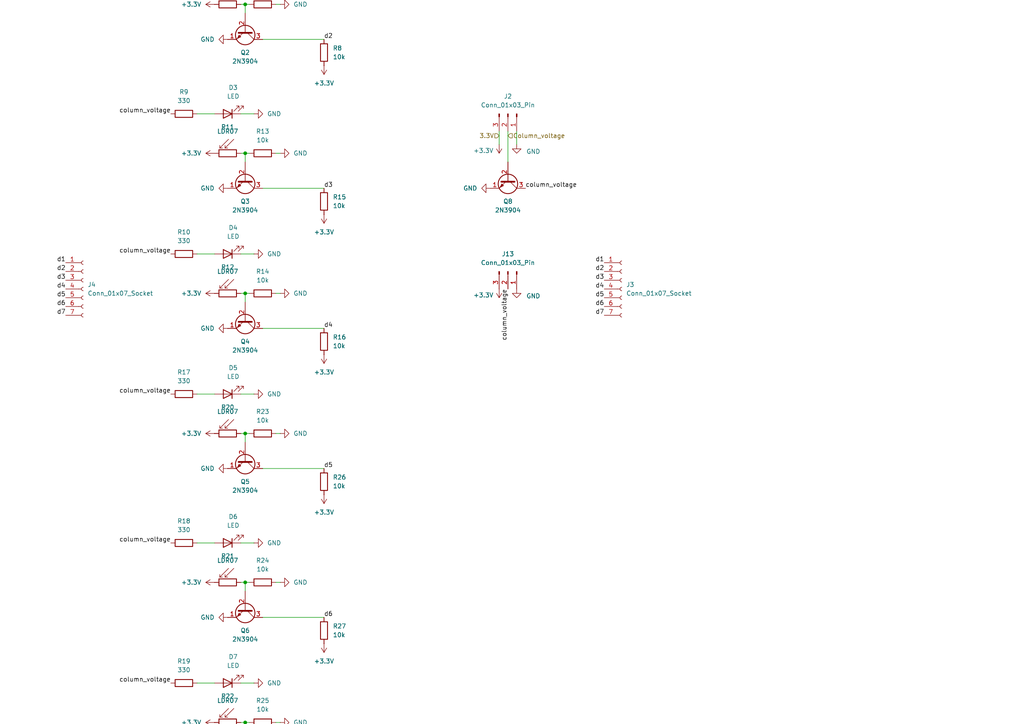
<source format=kicad_sch>
(kicad_sch (version 20231120) (generator "eeschema") (generator_version "8.0")
  (paper "A4")
  (lib_symbols
    (symbol "Connector:Conn_01x03_Pin" (pin_names (offset 1.016) hide)
      (property "Reference" "J" (at 0 5.08 0))
      (property "Value" "Conn_01x03_Pin" (at 0 -5.08 0))
      (symbol "Conn_01x03_Pin_1_1"
        (polyline (pts (xy 1.27 -2.54) (xy 0.8636 -2.54)) (stroke (width 0.1524)))
        (polyline (pts (xy 1.27 0) (xy 0.8636 0)) (stroke (width 0.1524)))
        (polyline (pts (xy 1.27 2.54) (xy 0.8636 2.54)) (stroke (width 0.1524)))
        (rectangle (start 0.8636 -2.413) (end 0 -2.667) (stroke (width 0.1524)) (fill (type outline)))
        (rectangle (start 0.8636 0.127) (end 0 -0.127) (stroke (width 0.1524)) (fill (type outline)))
        (rectangle (start 0.8636 2.667) (end 0 2.413) (stroke (width 0.1524)) (fill (type outline)))
        (pin passive line (at 5.08 2.54 180) (length 3.81) (name "Pin_1") (number "1"))
        (pin passive line (at 5.08 0 180) (length 3.81) (name "Pin_2") (number "2"))
        (pin passive line (at 5.08 -2.54 180) (length 3.81) (name "Pin_3") (number "3"))
      )
    )
    (symbol "Connector:Conn_01x07_Socket" (pin_names (offset 1.016) hide)
      (property "Reference" "J" (at 0 10.16 0))
      (property "Value" "Conn_01x07_Socket" (at 0 -10.16 0))
      (symbol "Conn_01x07_Socket_1_1"
        (arc (start 0 -7.112) (mid -0.5058 -7.62) (end 0 -8.128) (stroke (width 0.1524)))
        (arc (start 0 -4.572) (mid -0.5058 -5.08) (end 0 -5.588) (stroke (width 0.1524)))
        (arc (start 0 -2.032) (mid -0.5058 -2.54) (end 0 -3.048) (stroke (width 0.1524)))
        (polyline (pts (xy -1.27 -7.62) (xy -0.508 -7.62)) (stroke (width 0.1524)))
        (polyline (pts (xy -1.27 -5.08) (xy -0.508 -5.08)) (stroke (width 0.1524)))
        (polyline (pts (xy -1.27 -2.54) (xy -0.508 -2.54)) (stroke (width 0.1524)))
        (polyline (pts (xy -1.27 0) (xy -0.508 0)) (stroke (width 0.1524)))
        (polyline (pts (xy -1.27 2.54) (xy -0.508 2.54)) (stroke (width 0.1524)))
        (polyline (pts (xy -1.27 5.08) (xy -0.508 5.08)) (stroke (width 0.1524)))
        (polyline (pts (xy -1.27 7.62) (xy -0.508 7.62)) (stroke (width 0.1524)))
        (arc (start 0 0.508) (mid -0.5058 0) (end 0 -0.508) (stroke (width 0.1524)))
        (arc (start 0 3.048) (mid -0.5058 2.54) (end 0 2.032) (stroke (width 0.1524)))
        (arc (start 0 5.588) (mid -0.5058 5.08) (end 0 4.572) (stroke (width 0.1524)))
        (arc (start 0 8.128) (mid -0.5058 7.62) (end 0 7.112) (stroke (width 0.1524)))
        (pin passive line (at -5.08 7.62 0) (length 3.81) (name "Pin_1") (number "1"))
        (pin passive line (at -5.08 5.08 0) (length 3.81) (name "Pin_2") (number "2"))
        (pin passive line (at -5.08 2.54 0) (length 3.81) (name "Pin_3") (number "3"))
        (pin passive line (at -5.08 0 0) (length 3.81) (name "Pin_4") (number "4"))
        (pin passive line (at -5.08 -2.54 0) (length 3.81) (name "Pin_5") (number "5"))
        (pin passive line (at -5.08 -5.08 0) (length 3.81) (name "Pin_6") (number "6"))
        (pin passive line (at -5.08 -7.62 0) (length 3.81) (name "Pin_7") (number "7"))
      )
    )
    (symbol "Device:LED" (pin_numbers hide) (pin_names (offset 1.016) hide)
      (property "Reference" "D" (at 0 2.54 0))
      (property "Value" "LED" (at 0 -2.54 0))
      (symbol "LED_0_1"
        (polyline (pts (xy -1.27 -1.27) (xy -1.27 1.27)) (stroke (width 0.254)))
        (polyline (pts (xy -1.27 0) (xy 1.27 0)))
        (polyline (pts (xy 1.27 -1.27) (xy 1.27 1.27) (xy -1.27 0) (xy 1.27 -1.27)) (stroke (width 0.254)))
        (polyline (pts (xy -3.048 -0.762) (xy -4.572 -2.286) (xy -3.81 -2.286) (xy -4.572 -2.286) (xy -4.572 -1.524)))
        (polyline (pts (xy -1.778 -0.762) (xy -3.302 -2.286) (xy -2.54 -2.286) (xy -3.302 -2.286) (xy -3.302 -1.524)))
      )
      (symbol "LED_1_1"
        (pin passive line (at -3.81 0 0) (length 2.54) (name "K") (number "1"))
        (pin passive line (at 3.81 0 180) (length 2.54) (name "A") (number "2"))
      )
    )
    (symbol "Device:R" (pin_numbers hide) (pin_names (offset 0))
      (property "Reference" "R" (at 2.032 0 90))
      (property "Value" "R" (at 0 0 90))
      (symbol "R_0_1"
        (rectangle (start -1.016 -2.54) (end 1.016 2.54) (stroke (width 0.254)))
      )
      (symbol "R_1_1"
        (pin passive line (at 0 3.81 270) (length 1.27) (name "~") (number "1"))
        (pin passive line (at 0 -3.81 90) (length 1.27) (name "~") (number "2"))
      )
    )
    (symbol "Sensor_Optical:LDR07" (pin_numbers hide) (pin_names (offset 0))
      (property "Reference" "R" (at -5.08 0 90))
      (property "Value" "LDR07" (at 1.905 0 90))
      (symbol "LDR07_0_1"
        (rectangle (start -1.016 2.54) (end 1.016 -2.54) (stroke (width 0.254)))
        (polyline (pts (xy -1.524 -2.286) (xy -4.064 0.254)))
        (polyline (pts (xy -1.524 -2.286) (xy -2.286 -2.286)))
        (polyline (pts (xy -1.524 -2.286) (xy -1.524 -1.524)))
        (polyline (pts (xy -1.524 -0.762) (xy -4.064 1.778)))
        (polyline (pts (xy -1.524 -0.762) (xy -2.286 -0.762)))
        (polyline (pts (xy -1.524 -0.762) (xy -1.524 0)))
      )
      (symbol "LDR07_1_1"
        (pin passive line (at 0 3.81 270) (length 1.27) (name "~") (number "1"))
        (pin passive line (at 0 -3.81 90) (length 1.27) (name "~") (number "2"))
      )
    )
    (symbol "Transistor_BJT:2N3904" (pin_names (offset 0) hide)
      (property "Reference" "Q" (at 5.08 1.905 0))
      (property "Value" "2N3904" (at 5.08 0 0))
      (symbol "2N3904_0_1"
        (polyline (pts (xy 0.635 0.635) (xy 2.54 2.54)))
        (polyline (pts (xy 0.635 -0.635) (xy 2.54 -2.54) (xy 2.54 -2.54)))
        (polyline (pts (xy 0.635 1.905) (xy 0.635 -1.905) (xy 0.635 -1.905)) (stroke (width 0.508)))
        (polyline (pts (xy 1.27 -1.778) (xy 1.778 -1.27) (xy 2.286 -2.286) (xy 1.27 -1.778) (xy 1.27 -1.778)) (fill (type outline)))
        (circle (center 1.27 0) (radius 2.8194) (stroke (width 0.254)))
      )
      (symbol "2N3904_1_1"
        (pin passive line (at 2.54 -5.08 90) (length 2.54) (name "E") (number "1"))
        (pin passive line (at -5.08 0 0) (length 5.715) (name "B") (number "2"))
        (pin passive line (at 2.54 5.08 270) (length 2.54) (name "C") (number "3"))
      )
    )
    (symbol "power:+3.3V" (power) (pin_numbers hide) (pin_names (offset 0) hide)
      (property "Value" "+3.3V" (at 0 3.556 0))
      (symbol "+3.3V_0_1"
        (polyline (pts (xy -0.762 1.27) (xy 0 2.54)))
        (polyline (pts (xy 0 0) (xy 0 2.54)))
        (polyline (pts (xy 0 2.54) (xy 0.762 1.27)))
      )
      (symbol "+3.3V_1_1"
        (pin power_in line (at 0 0 90) (length 0) (name "~") (number "1"))
      )
    )
    (symbol "power:GND" (power) (pin_numbers hide) (pin_names (offset 0) hide)
      (property "Value" "GND" (at 0 -3.81 0))
      (symbol "GND_0_1"
        (polyline (pts (xy 0 0) (xy 0 -1.27) (xy 1.27 -1.27) (xy 0 -2.54) (xy -1.27 -1.27) (xy 0 -1.27)))
      )
      (symbol "GND_1_1"
        (pin power_in line (at 0 0 270) (length 0) (name "~") (number "1"))
      )
    )
  )
  (junction (at 71.12 209.55))
  (junction (at 71.12 85.09))
  (junction (at 71.12 168.91))
  (junction (at 71.12 44.45))
  (junction (at 62.23 -39.37))
  (junction (at 71.12 1.27))
  (junction (at 71.12 125.73))
  (wire (pts (xy 80.01 209.55) (xy 81.28 209.55)))
  (wire (pts (xy 57.15 73.66) (xy 62.23 73.66)))
  (wire (pts (xy 69.85 33.02) (xy 73.66 33.02)))
  (wire (pts (xy 57.15 157.48) (xy 62.23 157.48)))
  (wire (pts (xy 57.15 -50.8) (xy 62.23 -50.8)))
  (wire (pts (xy 69.85 168.91) (xy 71.12 168.91)))
  (wire (pts (xy 57.15 33.02) (xy 62.23 33.02)))
  (wire (pts (xy 76.2 135.89) (xy 93.98 135.89)))
  (wire (pts (xy 80.01 85.09) (xy 81.28 85.09)))
  (wire (pts (xy 67.31 -29.21) (xy 85.09 -29.21)))
  (wire (pts (xy 71.12 1.27) (xy 72.39 1.27)))
  (wire (pts (xy 71.12 209.55) (xy 71.12 212.09)))
  (wire (pts (xy 149.86 41.91) (xy 149.86 38.1)))
  (wire (pts (xy 76.2 179.07) (xy 93.98 179.07)))
  (wire (pts (xy 147.32 38.1) (xy 147.32 46.99)))
  (wire (pts (xy 69.85 44.45) (xy 71.12 44.45)))
  (wire (pts (xy 69.85 157.48) (xy 73.66 157.48)))
  (wire (pts (xy 62.23 -39.37) (xy 60.96 -39.37)))
  (wire (pts (xy 57.15 198.12) (xy 62.23 198.12)))
  (wire (pts (xy 69.85 198.12) (xy 73.66 198.12)))
  (wire (pts (xy 69.85 85.09) (xy 71.12 85.09)))
  (wire (pts (xy 71.12 209.55) (xy 72.39 209.55)))
  (wire (pts (xy 71.12 44.45) (xy 71.12 46.99)))
  (wire (pts (xy 76.2 219.71) (xy 93.98 219.71)))
  (wire (pts (xy 69.85 -50.8) (xy 73.66 -50.8)))
  (wire (pts (xy 69.85 -10.16) (xy 73.66 -10.16)))
  (wire (pts (xy 69.85 1.27) (xy 71.12 1.27)))
  (wire (pts (xy 57.15 -10.16) (xy 62.23 -10.16)))
  (wire (pts (xy 80.01 168.91) (xy 81.28 168.91)))
  (wire (pts (xy 69.85 125.73) (xy 71.12 125.73)))
  (wire (pts (xy 76.2 54.61) (xy 93.98 54.61)))
  (wire (pts (xy 144.78 41.91) (xy 144.78 38.1)))
  (wire (pts (xy 62.23 -39.37) (xy 62.23 -36.83)))
  (wire (pts (xy 69.85 114.3) (xy 73.66 114.3)))
  (wire (pts (xy 71.12 125.73) (xy 72.39 125.73)))
  (wire (pts (xy 53.34 -39.37) (xy 52.07 -39.37)))
  (wire (pts (xy 76.2 11.43) (xy 93.98 11.43)))
  (wire (pts (xy 63.5 -39.37) (xy 62.23 -39.37)))
  (wire (pts (xy 71.12 44.45) (xy 72.39 44.45)))
  (wire (pts (xy 71.12 168.91) (xy 72.39 168.91)))
  (wire (pts (xy 69.85 73.66) (xy 73.66 73.66)))
  (wire (pts (xy 80.01 44.45) (xy 81.28 44.45)))
  (wire (pts (xy 69.85 209.55) (xy 71.12 209.55)))
  (wire (pts (xy 80.01 1.27) (xy 81.28 1.27)))
  (wire (pts (xy 57.15 114.3) (xy 62.23 114.3)))
  (wire (pts (xy 71.12 168.91) (xy 71.12 171.45)))
  (wire (pts (xy 80.01 125.73) (xy 81.28 125.73)))
  (wire (pts (xy 71.12 85.09) (xy 72.39 85.09)))
  (wire (pts (xy 76.2 95.25) (xy 93.98 95.25)))
  (wire (pts (xy 71.12 125.73) (xy 71.12 128.27)))
  (wire (pts (xy 71.12 1.27) (xy 71.12 3.81)))
  (wire (pts (xy 71.12 85.09) (xy 71.12 87.63)))
  (label "d4" (at 19.05 83.82 180))
  (label "column_voltage" (at 49.53 157.48 180))
  (label "column_voltage" (at 49.53 198.12 180))
  (label "d6" (at 175.26 88.9 180))
  (label "d5" (at 175.26 86.36 180))
  (label "column_voltage" (at 152.4 54.61 0))
  (label "column_voltage" (at 49.53 -50.8 180))
  (label "column_voltage" (at 49.53 73.66 180))
  (label "d5" (at 19.05 86.36 180))
  (label "d6" (at 19.05 88.9 180))
  (label "d1" (at 85.09 -29.21 0))
  (label "d6" (at 93.98 179.07 0))
  (label "d4" (at 175.26 83.82 180))
  (label "d3" (at 175.26 81.28 180))
  (label "d3" (at 19.05 81.28 180))
  (label "d1" (at 175.26 76.2 180))
  (label "d5" (at 93.98 135.89 0))
  (label "d2" (at 175.26 78.74 180))
  (label "d1" (at 19.05 76.2 180))
  (label "d7" (at 175.26 91.44 180))
  (label "column_voltage" (at 147.32 83.82 270))
  (label "d2" (at 93.98 11.43 0))
  (label "d7" (at 19.05 91.44 180))
  (label "column_voltage" (at 49.53 33.02 180))
  (label "column_voltage" (at 49.53 -10.16 180))
  (label "d4" (at 93.98 95.25 0))
  (label "column_voltage" (at 49.53 114.3 180))
  (label "d2" (at 19.05 78.74 180))
  (label "d3" (at 93.98 54.61 0))
  (label "d7" (at 93.98 219.71 0))
  (hierarchical_label "3.3V" (shape input) (at 144.78 39.37 180))
  (hierarchical_label "Column_voltage" (shape input) (at 147.32 39.37 0))
  (symbol (lib_id "Device:R") (at 76.2 1.27 90) (unit 1)
    (property "Reference" "R7" (at 76.2 -5.08 90))
    (property "Value" "10k" (at 76.2 -2.54 90))
    (property "Footprint" "Capacitor_SMD:C_0402_1005Metric" (effects (hide yes)))
    (property "Description" "Resistor" (effects (hide yes)))
  )
  (symbol (lib_id "power:GND") (at 149.86 41.91 0) (unit 1)
    (property "Reference" "#PWR03" (effects (hide yes)))
    (property "Value" "GND" (at 154.686 43.942 0))
    (property "Description" "Power symbol creates a global label with name \"GND\" , ground" (effects (hide yes)))
  )
  (symbol (lib_id "power:GND") (at 66.04 135.89 270) (unit 1)
    (property "Reference" "#PWR022" (effects (hide yes)))
    (property "Value" "GND" (at 62.23 135.8899 90) (effects (justify right)))
    (property "Description" "Power symbol creates a global label with name \"GND\" , ground" (effects (hide yes)))
  )
  (symbol (lib_id "power:GND") (at 81.28 1.27 90) (unit 1)
    (property "Reference" "#PWR010" (effects (hide yes)))
    (property "Value" "GND" (at 85.09 1.2699 90) (effects (justify right)))
    (property "Description" "Power symbol creates a global label with name \"GND\" , ground" (effects (hide yes)))
  )
  (symbol (lib_id "Device:R") (at 76.2 44.45 90) (unit 1)
    (property "Reference" "R13" (at 76.2 38.1 90))
    (property "Value" "10k" (at 76.2 40.64 90))
    (property "Footprint" "Capacitor_SMD:C_0402_1005Metric" (effects (hide yes)))
    (property "Description" "Resistor" (effects (hide yes)))
  )
  (symbol (lib_id "Sensor_Optical:LDR07") (at 66.04 168.91 270) (unit 1)
    (property "Reference" "R21" (at 66.04 161.29 90))
    (property "Value" "LDR07" (at 66.04 162.56 90))
    (property "Footprint" "OptoDevice:R_LDR_5.1x4.3mm_P3.4mm_Vertical" (effects (hide yes)))
    (property "Datasheet" "http://www.tme.eu/de/Document/f2e3ad76a925811312d226c31da4cd7e/LDR07.pdf" (effects (hide yes)))
    (property "Description" "light dependent resistor" (effects (hide yes)))
  )
  (symbol (lib_id "power:GND") (at 142.24 54.61 270) (unit 1)
    (property "Reference" "#PWR037" (effects (hide yes)))
    (property "Value" "GND" (at 138.43 54.6099 90) (effects (justify right)))
    (property "Description" "Power symbol creates a global label with name \"GND\" , ground" (effects (hide yes)))
  )
  (symbol (lib_id "Device:R") (at 85.09 -25.4 180) (unit 1)
    (property "Reference" "R4" (at 87.63 -26.6701 0) (effects (justify right)))
    (property "Value" "10k" (at 87.63 -24.1301 0) (effects (justify right)))
    (property "Footprint" "Capacitor_SMD:C_0402_1005Metric" (effects (hide yes)))
    (property "Description" "Resistor" (effects (hide yes)))
  )
  (symbol (lib_id "power:+3.3V") (at 93.98 62.23 180) (unit 1)
    (property "Reference" "#PWR054" (effects (hide yes)))
    (property "Value" "+3.3V" (at 93.98 67.31 0))
    (property "Description" "Power symbol creates a global label with name \"+3.3V\"" (effects (hide yes)))
  )
  (symbol (lib_id "Sensor_Optical:LDR07") (at 66.04 125.73 270) (unit 1)
    (property "Reference" "R20" (at 66.04 118.11 90))
    (property "Value" "LDR07" (at 66.04 119.38 90))
    (property "Footprint" "OptoDevice:R_LDR_5.1x4.3mm_P3.4mm_Vertical" (effects (hide yes)))
    (property "Datasheet" "http://www.tme.eu/de/Document/f2e3ad76a925811312d226c31da4cd7e/LDR07.pdf" (effects (hide yes)))
    (property "Description" "light dependent resistor" (effects (hide yes)))
  )
  (symbol (lib_id "Device:R") (at 93.98 15.24 180) (unit 1)
    (property "Reference" "R8" (at 96.52 13.9699 0) (effects (justify right)))
    (property "Value" "10k" (at 96.52 16.5099 0) (effects (justify right)))
    (property "Footprint" "Capacitor_SMD:C_0402_1005Metric" (effects (hide yes)))
    (property "Description" "Resistor" (effects (hide yes)))
  )
  (symbol (lib_id "power:GND") (at 66.04 54.61 270) (unit 1)
    (property "Reference" "#PWR013" (effects (hide yes)))
    (property "Value" "GND" (at 62.23 54.6099 90) (effects (justify right)))
    (property "Description" "Power symbol creates a global label with name \"GND\" , ground" (effects (hide yes)))
  )
  (symbol (lib_id "Transistor_BJT:2N3904") (at 71.12 8.89 270) (unit 1)
    (property "Reference" "Q2" (at 71.12 15.24 90))
    (property "Value" "2N3904" (at 71.12 17.78 90))
    (property "Footprint" "Package_TO_SOT_THT:TO-92_Inline" (effects (hide yes)))
    (property "Datasheet" "https://www.onsemi.com/pub/Collateral/2N3903-D.PDF" (effects (hide yes)))
    (property "Description" "0.2A Ic, 40V Vce, Small Signal NPN Transistor, TO-92" (effects (hide yes)))
  )
  (symbol (lib_id "Sensor_Optical:LDR07") (at 66.04 1.27 270) (unit 1)
    (property "Reference" "R6" (at 66.04 -6.35 90))
    (property "Value" "LDR07" (at 66.04 -5.08 90))
    (property "Footprint" "OptoDevice:R_LDR_5.1x4.3mm_P3.4mm_Vertical" (effects (hide yes)))
    (property "Datasheet" "http://www.tme.eu/de/Document/f2e3ad76a925811312d226c31da4cd7e/LDR07.pdf" (effects (hide yes)))
    (property "Description" "light dependent resistor" (effects (hide yes)))
  )
  (symbol (lib_id "power:+3.3V") (at 144.78 83.82 180) (unit 1)
    (property "Reference" "#PWR073" (effects (hide yes)))
    (property "Value" "+3.3V" (at 140.208 85.598 0))
    (property "Description" "Power symbol creates a global label with name \"+3.3V\"" (effects (hide yes)))
  )
  (symbol (lib_id "power:+3.3V") (at 71.12 -39.37 270) (mirror x) (unit 1)
    (property "Reference" "#PWR05" (effects (hide yes)))
    (property "Value" "+3.3V" (at 74.93 -39.3701 90) (effects (justify left)))
    (property "Description" "Power symbol creates a global label with name \"+3.3V\"" (effects (hide yes)))
  )
  (symbol (lib_id "Device:R") (at 53.34 157.48 90) (unit 1)
    (property "Reference" "R18" (at 53.34 151.13 90))
    (property "Value" "330" (at 53.34 153.67 90))
    (property "Footprint" "Capacitor_SMD:C_0402_1005Metric" (effects (hide yes)))
    (property "Description" "Resistor" (effects (hide yes)))
  )
  (symbol (lib_id "power:GND") (at 149.86 83.82 0) (unit 1)
    (property "Reference" "#PWR072" (effects (hide yes)))
    (property "Value" "GND" (at 154.686 85.852 0))
    (property "Description" "Power symbol creates a global label with name \"GND\" , ground" (effects (hide yes)))
  )
  (symbol (lib_id "power:GND") (at 66.04 219.71 270) (unit 1)
    (property "Reference" "#PWR024" (effects (hide yes)))
    (property "Value" "GND" (at 62.23 219.7099 90) (effects (justify right)))
    (property "Description" "Power symbol creates a global label with name \"GND\" , ground" (effects (hide yes)))
  )
  (symbol (lib_id "Device:LED") (at 66.04 73.66 180) (unit 1)
    (property "Reference" "D4" (at 67.6275 66.04 0))
    (property "Value" "LED" (at 67.6275 68.58 0))
    (property "Footprint" "Connector_PinSocket_2.54mm:PinSocket_2x01_P2.54mm_Vertical" (effects (hide yes)))
    (property "Description" "Light emitting diode" (effects (hide yes)))
  )
  (symbol (lib_id "power:+3.3V") (at 85.09 -21.59 270) (unit 1)
    (property "Reference" "#PWR052" (effects (hide yes)))
    (property "Value" "+3.3V" (at 88.9 -21.5901 90) (effects (justify left)))
    (property "Description" "Power symbol creates a global label with name \"+3.3V\"" (effects (hide yes)))
  )
  (symbol (lib_id "Device:R") (at 76.2 85.09 90) (unit 1)
    (property "Reference" "R14" (at 76.2 78.74 90))
    (property "Value" "10k" (at 76.2 81.28 90))
    (property "Footprint" "Capacitor_SMD:C_0402_1005Metric" (effects (hide yes)))
    (property "Description" "Resistor" (effects (hide yes)))
  )
  (symbol (lib_id "Device:R") (at 76.2 209.55 90) (unit 1)
    (property "Reference" "R25" (at 76.2 203.2 90))
    (property "Value" "10k" (at 76.2 205.74 90))
    (property "Footprint" "Capacitor_SMD:C_0402_1005Metric" (effects (hide yes)))
    (property "Description" "Resistor" (effects (hide yes)))
  )
  (symbol (lib_id "Transistor_BJT:2N3904") (at 71.12 133.35 270) (unit 1)
    (property "Reference" "Q5" (at 71.12 139.7 90))
    (property "Value" "2N3904" (at 71.12 142.24 90))
    (property "Footprint" "Package_TO_SOT_THT:TO-92_Inline" (effects (hide yes)))
    (property "Datasheet" "https://www.onsemi.com/pub/Collateral/2N3903-D.PDF" (effects (hide yes)))
    (property "Description" "0.2A Ic, 40V Vce, Small Signal NPN Transistor, TO-92" (effects (hide yes)))
  )
  (symbol (lib_id "power:GND") (at 73.66 33.02 90) (unit 1)
    (property "Reference" "#PWR015" (effects (hide yes)))
    (property "Value" "GND" (at 77.47 33.0199 90) (effects (justify right)))
    (property "Description" "Power symbol creates a global label with name \"GND\" , ground" (effects (hide yes)))
  )
  (symbol (lib_id "Device:LED") (at 66.04 157.48 180) (unit 1)
    (property "Reference" "D6" (at 67.6275 149.86 0))
    (property "Value" "LED" (at 67.6275 152.4 0))
    (property "Footprint" "Connector_PinSocket_2.54mm:PinSocket_2x01_P2.54mm_Vertical" (effects (hide yes)))
    (property "Description" "Light emitting diode" (effects (hide yes)))
  )
  (symbol (lib_id "Device:LED") (at 66.04 -10.16 180) (unit 1)
    (property "Reference" "D2" (at 67.564 -17.78 0))
    (property "Value" "LED" (at 67.6275 -15.24 0))
    (property "Footprint" "Connector_PinSocket_2.54mm:PinSocket_2x01_P2.54mm_Vertical" (effects (hide yes)))
    (property "Description" "Light emitting diode" (effects (hide yes)))
  )
  (symbol (lib_id "power:+3.3V") (at 93.98 102.87 180) (unit 1)
    (property "Reference" "#PWR055" (effects (hide yes)))
    (property "Value" "+3.3V" (at 93.98 107.95 0))
    (property "Description" "Power symbol creates a global label with name \"+3.3V\"" (effects (hide yes)))
  )
  (symbol (lib_id "power:GND") (at 73.66 157.48 90) (unit 1)
    (property "Reference" "#PWR026" (effects (hide yes)))
    (property "Value" "GND" (at 77.47 157.4799 90) (effects (justify right)))
    (property "Description" "Power symbol creates a global label with name \"GND\" , ground" (effects (hide yes)))
  )
  (symbol (lib_id "Transistor_BJT:2N3904") (at 71.12 217.17 270) (unit 1)
    (property "Reference" "Q7" (at 71.12 223.52 90))
    (property "Value" "2N3904" (at 71.12 226.06 90))
    (property "Footprint" "Package_TO_SOT_THT:TO-92_Inline" (effects (hide yes)))
    (property "Datasheet" "https://www.onsemi.com/pub/Collateral/2N3903-D.PDF" (effects (hide yes)))
    (property "Description" "0.2A Ic, 40V Vce, Small Signal NPN Transistor, TO-92" (effects (hide yes)))
  )
  (symbol (lib_id "Device:LED") (at 66.04 198.12 180) (unit 1)
    (property "Reference" "D7" (at 67.6275 190.5 0))
    (property "Value" "LED" (at 67.6275 193.04 0))
    (property "Footprint" "Connector_PinSocket_2.54mm:PinSocket_2x01_P2.54mm_Vertical" (effects (hide yes)))
    (property "Description" "Light emitting diode" (effects (hide yes)))
  )
  (symbol (lib_id "power:GND") (at 73.66 -10.16 90) (unit 1)
    (property "Reference" "#PWR09" (effects (hide yes)))
    (property "Value" "GND" (at 77.47 -10.1601 90) (effects (justify right)))
    (property "Description" "Power symbol creates a global label with name \"GND\" , ground" (effects (hide yes)))
  )
  (symbol (lib_id "Device:LED") (at 66.04 114.3 180) (unit 1)
    (property "Reference" "D5" (at 67.6275 106.68 0))
    (property "Value" "LED" (at 67.6275 109.22 0))
    (property "Footprint" "Connector_PinSocket_2.54mm:PinSocket_2x01_P2.54mm_Vertical" (effects (hide yes)))
    (property "Description" "Light emitting diode" (effects (hide yes)))
  )
  (symbol (lib_id "Connector:Conn_01x03_Pin") (at 147.32 33.02 270) (unit 1)
    (property "Reference" "J2" (at 147.32 27.94 90))
    (property "Value" "Conn_01x03_Pin" (at 147.32 30.48 90))
    (property "Footprint" "Connector_JST:JST_EH_B3B-EH-A_1x03_P2.50mm_Vertical" (effects (hide yes)))
    (property "Description" "Generic connector, single row, 01x03, script generated" (effects (hide yes)))
  )
  (symbol (lib_id "power:GND") (at 73.66 198.12 90) (unit 1)
    (property "Reference" "#PWR027" (effects (hide yes)))
    (property "Value" "GND" (at 77.47 198.1199 90) (effects (justify right)))
    (property "Description" "Power symbol creates a global label with name \"GND\" , ground" (effects (hide yes)))
  )
  (symbol (lib_id "power:GND") (at 81.28 209.55 90) (unit 1)
    (property "Reference" "#PWR030" (effects (hide yes)))
    (property "Value" "GND" (at 85.09 209.5499 90) (effects (justify right)))
    (property "Description" "Power symbol creates a global label with name \"GND\" , ground" (effects (hide yes)))
  )
  (symbol (lib_id "Transistor_BJT:2N3904") (at 71.12 176.53 270) (unit 1)
    (property "Reference" "Q6" (at 71.12 182.88 90))
    (property "Value" "2N3904" (at 71.12 185.42 90))
    (property "Footprint" "Package_TO_SOT_THT:TO-92_Inline" (effects (hide yes)))
    (property "Datasheet" "https://www.onsemi.com/pub/Collateral/2N3903-D.PDF" (effects (hide yes)))
    (property "Description" "0.2A Ic, 40V Vce, Small Signal NPN Transistor, TO-92" (effects (hide yes)))
  )
  (symbol (lib_id "Transistor_BJT:2N3904") (at 62.23 -31.75 270) (unit 1)
    (property "Reference" "Q1" (at 62.23 -25.4 90))
    (property "Value" "2N3904" (at 62.23 -22.86 90))
    (property "Footprint" "Package_TO_SOT_THT:TO-92_Inline" (effects (hide yes)))
    (property "Datasheet" "https://www.onsemi.com/pub/Collateral/2N3903-D.PDF" (effects (hide yes)))
    (property "Description" "0.2A Ic, 40V Vce, Small Signal NPN Transistor, TO-92" (effects (hide yes)))
  )
  (symbol (lib_id "Device:R") (at 53.34 33.02 90) (unit 1)
    (property "Reference" "R9" (at 53.34 26.67 90))
    (property "Value" "330" (at 53.34 29.21 90))
    (property "Footprint" "Capacitor_SMD:C_0402_1005Metric" (effects (hide yes)))
    (property "Description" "Resistor" (effects (hide yes)))
  )
  (symbol (lib_id "power:GND") (at 81.28 44.45 90) (unit 1)
    (property "Reference" "#PWR017" (effects (hide yes)))
    (property "Value" "GND" (at 85.09 44.4499 90) (effects (justify right)))
    (property "Description" "Power symbol creates a global label with name \"GND\" , ground" (effects (hide yes)))
  )
  (symbol (lib_id "Transistor_BJT:2N3904") (at 71.12 92.71 270) (unit 1)
    (property "Reference" "Q4" (at 71.12 99.06 90))
    (property "Value" "2N3904" (at 71.12 101.6 90))
    (property "Footprint" "Package_TO_SOT_THT:TO-92_Inline" (effects (hide yes)))
    (property "Datasheet" "https://www.onsemi.com/pub/Collateral/2N3903-D.PDF" (effects (hide yes)))
    (property "Description" "0.2A Ic, 40V Vce, Small Signal NPN Transistor, TO-92" (effects (hide yes)))
  )
  (symbol (lib_id "Connector:Conn_01x07_Socket") (at 180.34 83.82 0) (unit 1)
    (property "Reference" "J3" (at 181.61 82.5499 0) (effects (justify left)))
    (property "Value" "Conn_01x07_Socket" (at 181.61 85.0899 0) (effects (justify left)))
    (property "Footprint" "Connector_JST:JST_EH_B7B-EH-A_1x07_P2.50mm_Vertical" (effects (hide yes)))
    (property "Description" "Generic connector, single row, 01x07, script generated" (effects (hide yes)))
  )
  (symbol (lib_id "Device:R") (at 93.98 58.42 180) (unit 1)
    (property "Reference" "R15" (at 96.52 57.1499 0) (effects (justify right)))
    (property "Value" "10k" (at 96.52 59.6899 0) (effects (justify right)))
    (property "Footprint" "Capacitor_SMD:C_0402_1005Metric" (effects (hide yes)))
    (property "Description" "Resistor" (effects (hide yes)))
  )
  (symbol (lib_id "Sensor_Optical:LDR07") (at 66.04 85.09 270) (unit 1)
    (property "Reference" "R12" (at 66.04 77.47 90))
    (property "Value" "LDR07" (at 66.04 78.74 90))
    (property "Footprint" "OptoDevice:R_LDR_5.1x4.3mm_P3.4mm_Vertical" (effects (hide yes)))
    (property "Datasheet" "http://www.tme.eu/de/Document/f2e3ad76a925811312d226c31da4cd7e/LDR07.pdf" (effects (hide yes)))
    (property "Description" "light dependent resistor" (effects (hide yes)))
  )
  (symbol (lib_id "power:GND") (at 57.15 -29.21 270) (unit 1)
    (property "Reference" "#PWR06" (effects (hide yes)))
    (property "Value" "GND" (at 53.34 -29.2101 90) (effects (justify right)))
    (property "Description" "Power symbol creates a global label with name \"GND\" , ground" (effects (hide yes)))
  )
  (symbol (lib_id "power:+3.3V") (at 93.98 19.05 180) (unit 1)
    (property "Reference" "#PWR053" (effects (hide yes)))
    (property "Value" "+3.3V" (at 93.98 24.13 0))
    (property "Description" "Power symbol creates a global label with name \"+3.3V\"" (effects (hide yes)))
  )
  (symbol (lib_id "Device:R") (at 76.2 168.91 90) (unit 1)
    (property "Reference" "R24" (at 76.2 162.56 90))
    (property "Value" "10k" (at 76.2 165.1 90))
    (property "Footprint" "Capacitor_SMD:C_0402_1005Metric" (effects (hide yes)))
    (property "Description" "Resistor" (effects (hide yes)))
  )
  (symbol (lib_id "Sensor_Optical:LDR07") (at 67.31 -39.37 90) (mirror x) (unit 1)
    (property "Reference" "R2" (at 67.31 -46.99 90))
    (property "Value" "LDR07" (at 67.31 -45.72 90))
    (property "Footprint" "OptoDevice:R_LDR_5.1x4.3mm_P3.4mm_Vertical" (effects (hide yes)))
    (property "Datasheet" "http://www.tme.eu/de/Document/f2e3ad76a925811312d226c31da4cd7e/LDR07.pdf" (effects (hide yes)))
    (property "Description" "light dependent resistor" (effects (hide yes)))
  )
  (symbol (lib_id "power:+3.3V") (at 62.23 168.91 90) (unit 1)
    (property "Reference" "#PWR020" (effects (hide yes)))
    (property "Value" "+3.3V" (at 58.42 168.9099 90) (effects (justify left)))
    (property "Description" "Power symbol creates a global label with name \"+3.3V\"" (effects (hide yes)))
  )
  (symbol (lib_id "power:+3.3V") (at 62.23 1.27 90) (unit 1)
    (property "Reference" "#PWR07" (effects (hide yes)))
    (property "Value" "+3.3V" (at 58.42 1.2699 90) (effects (justify left)))
    (property "Description" "Power symbol creates a global label with name \"+3.3V\"" (effects (hide yes)))
  )
  (symbol (lib_id "Transistor_BJT:2N3904") (at 147.32 52.07 270) (unit 1)
    (property "Reference" "Q8" (at 147.32 58.42 90))
    (property "Value" "2N3904" (at 147.32 60.96 90))
    (property "Footprint" "Package_TO_SOT_THT:TO-92_Inline" (effects (hide yes)))
    (property "Datasheet" "https://www.onsemi.com/pub/Collateral/2N3903-D.PDF" (effects (hide yes)))
    (property "Description" "0.2A Ic, 40V Vce, Small Signal NPN Transistor, TO-92" (effects (hide yes)))
  )
  (symbol (lib_id "Device:R") (at 93.98 182.88 180) (unit 1)
    (property "Reference" "R27" (at 96.52 181.6099 0) (effects (justify right)))
    (property "Value" "10k" (at 96.52 184.1499 0) (effects (justify right)))
    (property "Footprint" "Capacitor_SMD:C_0402_1005Metric" (effects (hide yes)))
    (property "Description" "Resistor" (effects (hide yes)))
  )
  (symbol (lib_id "Device:LED") (at 66.04 -50.8 180) (unit 1)
    (property "Reference" "D1" (at 67.6275 -58.42 0))
    (property "Value" "LED" (at 67.6275 -55.88 0))
    (property "Footprint" "Connector_PinSocket_2.54mm:PinSocket_2x01_P2.54mm_Vertical" (effects (hide yes)))
    (property "Description" "Light emitting diode" (effects (hide yes)))
  )
  (symbol (lib_id "power:+3.3V") (at 62.23 44.45 90) (unit 1)
    (property "Reference" "#PWR011" (effects (hide yes)))
    (property "Value" "+3.3V" (at 58.42 44.4499 90) (effects (justify left)))
    (property "Description" "Power symbol creates a global label with name \"+3.3V\"" (effects (hide yes)))
  )
  (symbol (lib_id "Device:R") (at 93.98 139.7 180) (unit 1)
    (property "Reference" "R26" (at 96.52 138.4299 0) (effects (justify right)))
    (property "Value" "10k" (at 96.52 140.9699 0) (effects (justify right)))
    (property "Footprint" "Capacitor_SMD:C_0402_1005Metric" (effects (hide yes)))
    (property "Description" "Resistor" (effects (hide yes)))
  )
  (symbol (lib_id "power:+3.3V") (at 93.98 143.51 180) (unit 1)
    (property "Reference" "#PWR056" (effects (hide yes)))
    (property "Value" "+3.3V" (at 93.98 148.59 0))
    (property "Description" "Power symbol creates a global label with name \"+3.3V\"" (effects (hide yes)))
  )
  (symbol (lib_id "Connector:Conn_01x07_Socket") (at 24.13 83.82 0) (unit 1)
    (property "Reference" "J4" (at 25.4 82.5499 0) (effects (justify left)))
    (property "Value" "Conn_01x07_Socket" (at 25.4 85.0899 0) (effects (justify left)))
    (property "Footprint" "Connector_JST:JST_EH_B7B-EH-A_1x07_P2.50mm_Vertical" (effects (hide yes)))
    (property "Description" "Generic connector, single row, 01x07, script generated" (effects (hide yes)))
  )
  (symbol (lib_id "power:GND") (at 66.04 95.25 270) (unit 1)
    (property "Reference" "#PWR014" (effects (hide yes)))
    (property "Value" "GND" (at 62.23 95.2499 90) (effects (justify right)))
    (property "Description" "Power symbol creates a global label with name \"GND\" , ground" (effects (hide yes)))
  )
  (symbol (lib_id "Device:R") (at 57.15 -39.37 270) (mirror x) (unit 1)
    (property "Reference" "R3" (at 57.15 -45.72 90))
    (property "Value" "10k" (at 57.15 -43.18 90))
    (property "Footprint" "Capacitor_SMD:C_0402_1005Metric" (effects (hide yes)))
    (property "Description" "Resistor" (effects (hide yes)))
  )
  (symbol (lib_id "Connector:Conn_01x03_Pin") (at 147.32 78.74 270) (unit 1)
    (property "Reference" "J13" (at 147.32 73.66 90))
    (property "Value" "Conn_01x03_Pin" (at 147.32 76.2 90))
    (property "Footprint" "Connector_JST:JST_EH_B3B-EH-A_1x03_P2.50mm_Vertical" (effects (hide yes)))
    (property "Description" "Generic connector, single row, 01x03, script generated" (effects (hide yes)))
  )
  (symbol (lib_id "Device:R") (at 53.34 198.12 90) (unit 1)
    (property "Reference" "R19" (at 53.34 191.77 90))
    (property "Value" "330" (at 53.34 194.31 90))
    (property "Footprint" "Capacitor_SMD:C_0402_1005Metric" (effects (hide yes)))
    (property "Description" "Resistor" (effects (hide yes)))
  )
  (symbol (lib_id "power:GND") (at 81.28 125.73 90) (unit 1)
    (property "Reference" "#PWR028" (effects (hide yes)))
    (property "Value" "GND" (at 85.09 125.7299 90) (effects (justify right)))
    (property "Description" "Power symbol creates a global label with name \"GND\" , ground" (effects (hide yes)))
  )
  (symbol (lib_id "power:+3.3V") (at 62.23 125.73 90) (unit 1)
    (property "Reference" "#PWR019" (effects (hide yes)))
    (property "Value" "+3.3V" (at 58.42 125.7299 90) (effects (justify left)))
    (property "Description" "Power symbol creates a global label with name \"+3.3V\"" (effects (hide yes)))
  )
  (symbol (lib_id "Transistor_BJT:2N3904") (at 71.12 52.07 270) (unit 1)
    (property "Reference" "Q3" (at 71.12 58.42 90))
    (property "Value" "2N3904" (at 71.12 60.96 90))
    (property "Footprint" "Package_TO_SOT_THT:TO-92_Inline" (effects (hide yes)))
    (property "Datasheet" "https://www.onsemi.com/pub/Collateral/2N3903-D.PDF" (effects (hide yes)))
    (property "Description" "0.2A Ic, 40V Vce, Small Signal NPN Transistor, TO-92" (effects (hide yes)))
  )
  (symbol (lib_id "power:GND") (at 52.07 -39.37 270) (mirror x) (unit 1)
    (property "Reference" "#PWR02" (effects (hide yes)))
    (property "Value" "GND" (at 48.26 -39.3701 90) (effects (justify right)))
    (property "Description" "Power symbol creates a global label with name \"GND\" , ground" (effects (hide yes)))
  )
  (symbol (lib_id "Sensor_Optical:LDR07") (at 66.04 44.45 270) (unit 1)
    (property "Reference" "R11" (at 66.04 36.83 90))
    (property "Value" "LDR07" (at 66.04 38.1 90))
    (property "Footprint" "OptoDevice:R_LDR_5.1x4.3mm_P3.4mm_Vertical" (effects (hide yes)))
    (property "Datasheet" "http://www.tme.eu/de/Document/f2e3ad76a925811312d226c31da4cd7e/LDR07.pdf" (effects (hide yes)))
    (property "Description" "light dependent resistor" (effects (hide yes)))
  )
  (symbol (lib_id "power:GND") (at 81.28 168.91 90) (unit 1)
    (property "Reference" "#PWR029" (effects (hide yes)))
    (property "Value" "GND" (at 85.09 168.9099 90) (effects (justify right)))
    (property "Description" "Power symbol creates a global label with name \"GND\" , ground" (effects (hide yes)))
  )
  (symbol (lib_id "power:GND") (at 66.04 11.43 270) (unit 1)
    (property "Reference" "#PWR08" (effects (hide yes)))
    (property "Value" "GND" (at 62.23 11.4299 90) (effects (justify right)))
    (property "Description" "Power symbol creates a global label with name \"GND\" , ground" (effects (hide yes)))
  )
  (symbol (lib_id "power:GND") (at 73.66 -50.8 90) (unit 1)
    (property "Reference" "#PWR01" (effects (hide yes)))
    (property "Value" "GND" (at 77.47 -50.8001 90) (effects (justify right)))
    (property "Description" "Power symbol creates a global label with name \"GND\" , ground" (effects (hide yes)))
  )
  (symbol (lib_id "power:GND") (at 81.28 85.09 90) (unit 1)
    (property "Reference" "#PWR018" (effects (hide yes)))
    (property "Value" "GND" (at 85.09 85.0899 90) (effects (justify right)))
    (property "Description" "Power symbol creates a global label with name \"GND\" , ground" (effects (hide yes)))
  )
  (symbol (lib_id "power:GND") (at 73.66 114.3 90) (unit 1)
    (property "Reference" "#PWR025" (effects (hide yes)))
    (property "Value" "GND" (at 77.47 114.2999 90) (effects (justify right)))
    (property "Description" "Power symbol creates a global label with name \"GND\" , ground" (effects (hide yes)))
  )
  (symbol (lib_id "Device:LED") (at 66.04 33.02 180) (unit 1)
    (property "Reference" "D3" (at 67.6275 25.4 0))
    (property "Value" "LED" (at 67.6275 27.94 0))
    (property "Footprint" "Connector_PinSocket_2.54mm:PinSocket_2x01_P2.54mm_Vertical" (effects (hide yes)))
    (property "Description" "Light emitting diode" (effects (hide yes)))
  )
  (symbol (lib_id "power:+3.3V") (at 144.78 41.91 180) (unit 1)
    (property "Reference" "#PWR04" (effects (hide yes)))
    (property "Value" "+3.3V" (at 140.208 43.688 0))
    (property "Description" "Power symbol creates a global label with name \"+3.3V\"" (effects (hide yes)))
  )
  (symbol (lib_id "Sensor_Optical:LDR07") (at 66.04 209.55 270) (unit 1)
    (property "Reference" "R22" (at 66.04 201.93 90))
    (property "Value" "LDR07" (at 66.04 203.2 90))
    (property "Footprint" "OptoDevice:R_LDR_5.1x4.3mm_P3.4mm_Vertical" (effects (hide yes)))
    (property "Datasheet" "http://www.tme.eu/de/Document/f2e3ad76a925811312d226c31da4cd7e/LDR07.pdf" (effects (hide yes)))
    (property "Description" "light dependent resistor" (effects (hide yes)))
  )
  (symbol (lib_id "Device:R") (at 53.34 -50.8 90) (unit 1)
    (property "Reference" "R1" (at 53.34 -57.15 90))
    (property "Value" "330" (at 53.34 -54.61 90))
    (property "Footprint" "Capacitor_SMD:C_0402_1005Metric" (effects (hide yes)))
    (property "Description" "Resistor" (effects (hide yes)))
  )
  (symbol (lib_id "Device:R") (at 53.34 114.3 90) (unit 1)
    (property "Reference" "R17" (at 53.34 107.95 90))
    (property "Value" "330" (at 53.34 110.49 90))
    (property "Footprint" "Capacitor_SMD:C_0402_1005Metric" (effects (hide yes)))
    (property "Description" "Resistor" (effects (hide yes)))
  )
  (symbol (lib_id "power:GND") (at 66.04 179.07 270) (unit 1)
    (property "Reference" "#PWR023" (effects (hide yes)))
    (property "Value" "GND" (at 62.23 179.0699 90) (effects (justify right)))
    (property "Description" "Power symbol creates a global label with name \"GND\" , ground" (effects (hide yes)))
  )
  (symbol (lib_id "power:+3.3V") (at 62.23 85.09 90) (unit 1)
    (property "Reference" "#PWR012" (effects (hide yes)))
    (property "Value" "+3.3V" (at 58.42 85.0899 90) (effects (justify left)))
    (property "Description" "Power symbol creates a global label with name \"+3.3V\"" (effects (hide yes)))
  )
  (symbol (lib_id "Device:R") (at 93.98 99.06 180) (unit 1)
    (property "Reference" "R16" (at 96.52 97.7899 0) (effects (justify right)))
    (property "Value" "10k" (at 96.52 100.3299 0) (effects (justify right)))
    (property "Footprint" "Capacitor_SMD:C_0402_1005Metric" (effects (hide yes)))
    (property "Description" "Resistor" (effects (hide yes)))
  )
  (symbol (lib_id "power:+3.3V") (at 93.98 186.69 180) (unit 1)
    (property "Reference" "#PWR057" (effects (hide yes)))
    (property "Value" "+3.3V" (at 93.98 191.77 0))
    (property "Description" "Power symbol creates a global label with name \"+3.3V\"" (effects (hide yes)))
  )
  (symbol (lib_id "Device:R") (at 53.34 -10.16 90) (unit 1)
    (property "Reference" "R5" (at 53.34 -16.51 90))
    (property "Value" "330" (at 53.34 -13.97 90))
    (property "Footprint" "Capacitor_SMD:C_0402_1005Metric" (effects (hide yes)))
    (property "Description" "Resistor" (effects (hide yes)))
  )
  (symbol (lib_id "Device:R") (at 93.98 223.52 180) (unit 1)
    (property "Reference" "R28" (at 96.52 222.2499 0) (effects (justify right)))
    (property "Value" "10k" (at 96.52 224.7899 0) (effects (justify right)))
    (property "Footprint" "Resistor_SMD:R_0402_1005Metric" (effects (hide yes)))
    (property "Description" "Resistor" (effects (hide yes)))
  )
  (symbol (lib_id "power:GND") (at 73.66 73.66 90) (unit 1)
    (property "Reference" "#PWR016" (effects (hide yes)))
    (property "Value" "GND" (at 77.47 73.6599 90) (effects (justify right)))
    (property "Description" "Power symbol creates a global label with name \"GND\" , ground" (effects (hide yes)))
  )
  (symbol (lib_id "power:+3.3V") (at 62.23 209.55 90) (unit 1)
    (property "Reference" "#PWR021" (effects (hide yes)))
    (property "Value" "+3.3V" (at 58.42 209.5499 90) (effects (justify left)))
    (property "Description" "Power symbol creates a global label with name \"+3.3V\"" (effects (hide yes)))
  )
  (symbol (lib_id "power:+3.3V") (at 93.98 227.33 180) (unit 1)
    (property "Reference" "#PWR031" (effects (hide yes)))
    (property "Value" "+3.3V" (at 93.98 232.41 0))
    (property "Description" "Power symbol creates a global label with name \"+3.3V\"" (effects (hide yes)))
  )
  (symbol (lib_id "Device:R") (at 53.34 73.66 90) (unit 1)
    (property "Reference" "R10" (at 53.34 67.31 90))
    (property "Value" "330" (at 53.34 69.85 90))
    (property "Footprint" "Capacitor_SMD:C_0402_1005Metric" (effects (hide yes)))
    (property "Description" "Resistor" (effects (hide yes)))
  )
  (symbol (lib_id "Device:R") (at 76.2 125.73 90) (unit 1)
    (property "Reference" "R23" (at 76.2 119.38 90))
    (property "Value" "10k" (at 76.2 121.92 90))
    (property "Footprint" "Capacitor_SMD:C_0402_1005Metric" (effects (hide yes)))
    (property "Description" "Resistor" (effects (hide yes)))
  )
)
</source>
